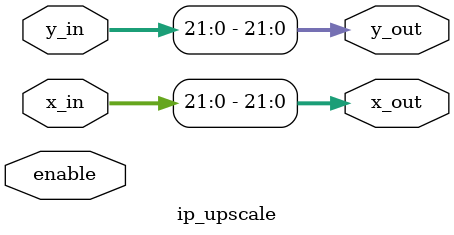
<source format=v>
`timescale 1ns / 1ps
module ip_upscale #(
        parameter DATA_WIDTH = 32,
        parameter CORDIC_WIDTH = 22
    ) (
//        input clk,
//        input nreset,
	      input [DATA_WIDTH-1:0] x_in,
        input [DATA_WIDTH-1:0] y_in,
        input enable,
    
//        output reg [CORDIC_WIDTH-1:0] x_out,
//        output reg [CORDIC_WIDTH-1:0] y_out,
//        output reg op_vld
        output [CORDIC_WIDTH-1:0] x_out,
        output [CORDIC_WIDTH-1:0] y_out

    );
    
    assign x_out = {x_in,{CORDIC_WIDTH-DATA_WIDTH{1'b0}}};
    assign y_out = {y_in,{CORDIC_WIDTH-DATA_WIDTH{1'b0}}};
        
//    always @(posedge clk or negedge nreset) begin
//        if (~nreset) begin
//            x_out <= {CORDIC_WIDTH{1'b0}};
//            y_out <= {CORDIC_WIDTH{1'b0}};
//            op_vld <= 1'b0;
//        end
        
//        else begin
//	        x_out <= {x_in,{CORDIC_WIDTH-DATA_WIDTH{1'b0}}};
//	        y_out <= {y_in,{CORDIC_WIDTH-DATA_WIDTH{1'b0}}};
//	        op_vld <= enable;
//	    end
//	end
	
endmodule

</source>
